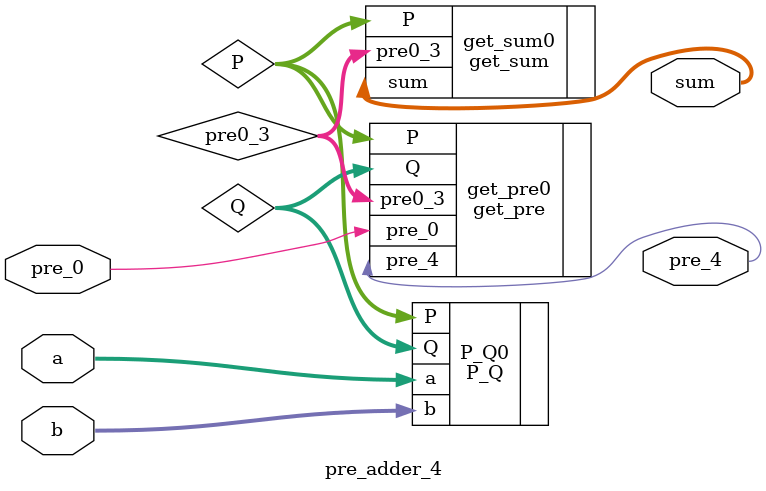
<source format=v>
`timescale 1ns / 1ps


module pre_adder_4(
    a,b,pre_0,pre_4,sum
    );
    input wire[3:0] a;
    input wire[3:0] b;
    input wire pre_0;
    output wire pre_4;
    output wire[3:0] sum;

    wire[3:0] P;
    wire[3:0] Q;
    wire[3:0] pre0_3;

    P_Q P_Q0(.a(a),.b(b),.P(P),.Q(Q));
    get_pre get_pre0(.P(P),.Q(Q),.pre_0(pre_0),.pre0_3(pre0_3),.pre_4(pre_4));
    get_sum get_sum0(.P(P),.sum(sum),.pre0_3(pre0_3));

endmodule

</source>
